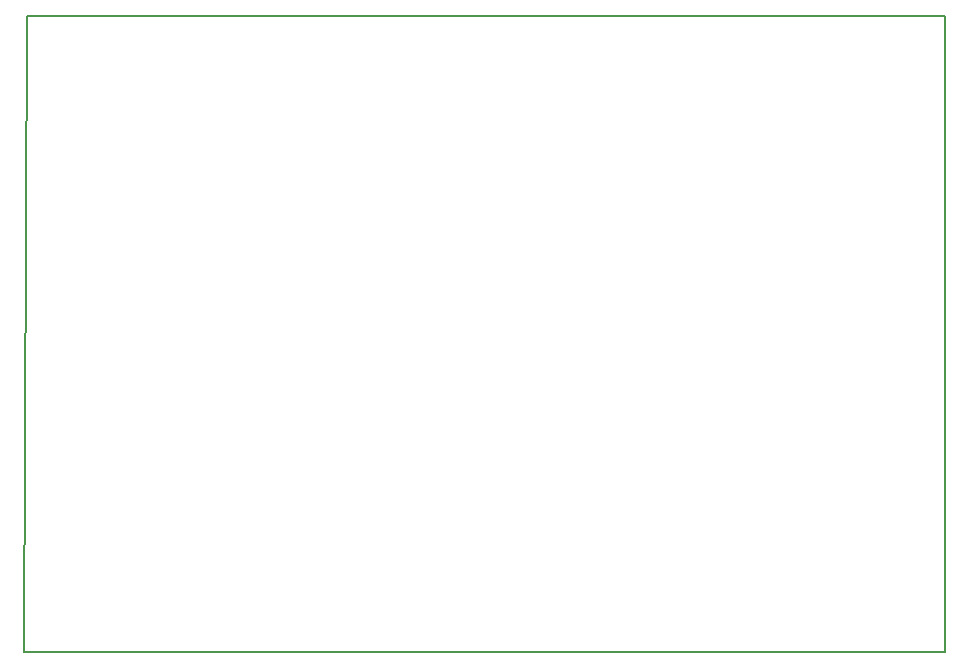
<source format=gbr>
G04 #@! TF.FileFunction,Profile,NP*
%FSLAX46Y46*%
G04 Gerber Fmt 4.6, Leading zero omitted, Abs format (unit mm)*
G04 Created by KiCad (PCBNEW 4.0.2+e4-6225~38~ubuntu16.04.1-stable) date Fre 24 Mär 2017 08:40:00 CLST*
%MOMM*%
G01*
G04 APERTURE LIST*
%ADD10C,0.100000*%
%ADD11C,0.150000*%
G04 APERTURE END LIST*
D10*
D11*
X72898000Y-107696000D02*
X73152000Y-53848000D01*
X150876000Y-107696000D02*
X72898000Y-107696000D01*
X150876000Y-53848000D02*
X150876000Y-107696000D01*
X73152000Y-53848000D02*
X150876000Y-53848000D01*
M02*

</source>
